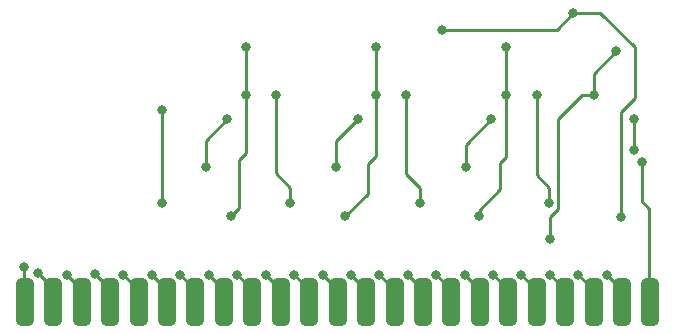
<source format=gbr>
%TF.GenerationSoftware,KiCad,Pcbnew,8.0.5*%
%TF.CreationDate,2024-09-28T22:07:55-04:00*%
%TF.ProjectId,Fluke_LCD,466c756b-655f-44c4-9344-2e6b69636164,rev?*%
%TF.SameCoordinates,Original*%
%TF.FileFunction,Copper,L2,Bot*%
%TF.FilePolarity,Positive*%
%FSLAX46Y46*%
G04 Gerber Fmt 4.6, Leading zero omitted, Abs format (unit mm)*
G04 Created by KiCad (PCBNEW 8.0.5) date 2024-09-28 22:07:55*
%MOMM*%
%LPD*%
G01*
G04 APERTURE LIST*
G04 Aperture macros list*
%AMRoundRect*
0 Rectangle with rounded corners*
0 $1 Rounding radius*
0 $2 $3 $4 $5 $6 $7 $8 $9 X,Y pos of 4 corners*
0 Add a 4 corners polygon primitive as box body*
4,1,4,$2,$3,$4,$5,$6,$7,$8,$9,$2,$3,0*
0 Add four circle primitives for the rounded corners*
1,1,$1+$1,$2,$3*
1,1,$1+$1,$4,$5*
1,1,$1+$1,$6,$7*
1,1,$1+$1,$8,$9*
0 Add four rect primitives between the rounded corners*
20,1,$1+$1,$2,$3,$4,$5,0*
20,1,$1+$1,$4,$5,$6,$7,0*
20,1,$1+$1,$6,$7,$8,$9,0*
20,1,$1+$1,$8,$9,$2,$3,0*%
G04 Aperture macros list end*
%TA.AperFunction,SMDPad,CuDef*%
%ADD10RoundRect,0.375000X-0.375000X-1.625000X0.375000X-1.625000X0.375000X1.625000X-0.375000X1.625000X0*%
%TD*%
%TA.AperFunction,ViaPad*%
%ADD11C,0.800000*%
%TD*%
%TA.AperFunction,Conductor*%
%ADD12C,0.250000*%
%TD*%
G04 APERTURE END LIST*
D10*
%TO.P,J1,1,Pin_1*%
%TO.N,/TopGround*%
X238345000Y-157910000D03*
%TO.P,J1,2,Pin_2*%
%TO.N,Net-(J1-Pin_2)*%
X235938182Y-157900000D03*
%TO.P,J1,3,Pin_3*%
%TO.N,Net-(J1-Pin_3)*%
X233530000Y-157910000D03*
%TO.P,J1,4,Pin_4*%
%TO.N,Net-(J1-Pin_4)*%
X231124546Y-157910000D03*
%TO.P,J1,5,Pin_5*%
%TO.N,Net-(J1-Pin_5)*%
X228710000Y-157900000D03*
%TO.P,J1,6,Pin_6*%
%TO.N,Net-(J1-Pin_6)*%
X226310000Y-157910000D03*
%TO.P,J1,7,Pin_7*%
%TO.N,Net-(J1-Pin_7)*%
X223904092Y-157900000D03*
%TO.P,J1,8,Pin_8*%
%TO.N,Net-(J1-Pin_8)*%
X221497274Y-157900000D03*
%TO.P,J1,9,Pin_9*%
%TO.N,Net-(J1-Pin_9)*%
X219090000Y-157900000D03*
%TO.P,J1,10,Pin_10*%
%TO.N,Net-(J1-Pin_10)*%
X216683638Y-157900000D03*
%TO.P,J1,11,Pin_11*%
%TO.N,Net-(J1-Pin_11)*%
X214276820Y-157900000D03*
%TO.P,J1,12,Pin_12*%
%TO.N,Net-(J1-Pin_12)*%
X211870000Y-157900000D03*
%TO.P,J1,13,Pin_13*%
%TO.N,Net-(J1-Pin_13)*%
X209463184Y-157900000D03*
%TO.P,J1,14,Pin_14*%
%TO.N,Net-(J1-Pin_14)*%
X207050000Y-157900000D03*
%TO.P,J1,15,Pin_15*%
%TO.N,Net-(J1-Pin_15)*%
X204649548Y-157900000D03*
%TO.P,J1,16,Pin_16*%
%TO.N,Net-(J1-Pin_16)*%
X202240000Y-157900000D03*
%TO.P,J1,17,Pin_17*%
%TO.N,Net-(J1-Pin_17)*%
X199830000Y-157900000D03*
%TO.P,J1,18,Pin_18*%
%TO.N,Net-(J1-Pin_18)*%
X197429094Y-157900000D03*
%TO.P,J1,19,Pin_19*%
%TO.N,Net-(J1-Pin_19)*%
X195020000Y-157900000D03*
%TO.P,J1,20,Pin_20*%
%TO.N,Net-(J1-Pin_20)*%
X192610000Y-157900000D03*
%TO.P,J1,21,Pin_21*%
%TO.N,Net-(J1-Pin_21)*%
X190208640Y-157900000D03*
%TO.P,J1,22,Pin_22*%
%TO.N,Net-(J1-Pin_22)*%
X187800000Y-157900000D03*
%TO.P,J1,23,Pin_23*%
%TO.N,/BottomGround*%
X185390000Y-157900000D03*
%TD*%
D11*
%TO.N,Net-(D27-A)*%
X229877500Y-152560000D03*
X235450000Y-136650000D03*
X233560000Y-140380000D03*
%TO.N,Net-(D32-A)*%
X220720000Y-134810000D03*
X235840000Y-150670000D03*
X231830000Y-133390000D03*
%TO.N,Net-(J1-Pin_10)*%
X215390000Y-155580000D03*
%TO.N,Net-(J1-Pin_22)*%
X186510000Y-155450000D03*
%TO.N,Net-(J1-Pin_21)*%
X188930000Y-155550000D03*
%TO.N,Net-(J1-Pin_20)*%
X191320000Y-155520000D03*
%TO.N,Net-(J1-Pin_19)*%
X193720000Y-155560000D03*
%TO.N,Net-(J1-Pin_18)*%
X196140000Y-155580000D03*
%TO.N,Net-(J1-Pin_17)*%
X198540000Y-155550000D03*
%TO.N,Net-(J1-Pin_16)*%
X200960000Y-155570000D03*
%TO.N,Net-(J1-Pin_15)*%
X203360000Y-155550000D03*
%TO.N,Net-(J1-Pin_14)*%
X205760000Y-155560000D03*
%TO.N,Net-(J1-Pin_13)*%
X208180000Y-155570000D03*
%TO.N,Net-(J1-Pin_12)*%
X210590000Y-155560000D03*
%TO.N,Net-(J1-Pin_11)*%
X212980000Y-155580000D03*
%TO.N,Net-(J1-Pin_9)*%
X217810000Y-155560000D03*
%TO.N,Net-(J1-Pin_8)*%
X220210000Y-155560000D03*
%TO.N,Net-(J1-Pin_7)*%
X222620000Y-155560000D03*
%TO.N,Net-(J1-Pin_6)*%
X225030000Y-155560000D03*
%TO.N,Net-(J1-Pin_5)*%
X227430000Y-155570000D03*
%TO.N,Net-(J1-Pin_4)*%
X229830000Y-155550000D03*
%TO.N,Net-(J1-Pin_3)*%
X232230000Y-155560000D03*
%TO.N,Net-(J1-Pin_2)*%
X234650000Y-155560000D03*
%TO.N,/TopGround*%
X237600000Y-146040000D03*
%TO.N,/BottomGround*%
X185310000Y-154940000D03*
%TO.N,Net-(D28-A)*%
X236930000Y-142400000D03*
X236930000Y-144990000D03*
%TO.N,Net-(D1-A)*%
X197000000Y-149490000D03*
X197000000Y-141620000D03*
%TO.N,Net-(D2-A)*%
X204080000Y-136310000D03*
X204080000Y-140380000D03*
X202850000Y-150620000D03*
%TO.N,Net-(D4-A)*%
X200710000Y-146470000D03*
X202520000Y-142410000D03*
%TO.N,Net-(D8-A)*%
X206630000Y-140330000D03*
X207820000Y-149490000D03*
%TO.N,Net-(D11-A)*%
X212530000Y-150630000D03*
X215080000Y-136270000D03*
X215080000Y-140320000D03*
%TO.N,Net-(D12-A)*%
X211710000Y-146420000D03*
X213570000Y-142360000D03*
%TO.N,Net-(D16-A)*%
X217670000Y-140360000D03*
X218870000Y-149500000D03*
%TO.N,Net-(D19-A)*%
X226130000Y-140360000D03*
X223800000Y-150570000D03*
X226130000Y-136310000D03*
%TO.N,Net-(D20-A)*%
X224890000Y-142400000D03*
X222700000Y-146460000D03*
%TO.N,Net-(D24-A)*%
X229790000Y-149490000D03*
X228720000Y-140370000D03*
%TD*%
D12*
%TO.N,Net-(D27-A)*%
X230510000Y-142390000D02*
X230510000Y-150010000D01*
X232520000Y-140380000D02*
X230510000Y-142390000D01*
X233560000Y-138540000D02*
X235450000Y-136650000D01*
X229877500Y-150642500D02*
X229877500Y-152560000D01*
X230510000Y-150010000D02*
X229877500Y-150642500D01*
X233560000Y-140380000D02*
X233560000Y-138540000D01*
X233560000Y-140380000D02*
X232520000Y-140380000D01*
%TO.N,Net-(D32-A)*%
X237020000Y-136300000D02*
X234110000Y-133390000D01*
X220720000Y-134810000D02*
X230410000Y-134810000D01*
X235840000Y-150670000D02*
X235840000Y-141770000D01*
X234110000Y-133390000D02*
X231830000Y-133390000D01*
X237020000Y-140590000D02*
X237020000Y-136300000D01*
X230410000Y-134810000D02*
X231830000Y-133390000D01*
X235840000Y-141770000D02*
X237020000Y-140590000D01*
%TO.N,Net-(J1-Pin_10)*%
X215390000Y-155580000D02*
X215929000Y-156119000D01*
X215929000Y-156119000D02*
X216596638Y-156119000D01*
%TO.N,Net-(J1-Pin_22)*%
X187179000Y-156119000D02*
X187714822Y-156119000D01*
X186510000Y-155450000D02*
X187179000Y-156119000D01*
%TO.N,Net-(J1-Pin_21)*%
X189499000Y-156119000D02*
X190121640Y-156119000D01*
X188930000Y-155550000D02*
X189499000Y-156119000D01*
%TO.N,Net-(J1-Pin_20)*%
X191320000Y-155520000D02*
X191919000Y-156119000D01*
X191919000Y-156119000D02*
X192528458Y-156119000D01*
%TO.N,Net-(J1-Pin_19)*%
X194279000Y-156119000D02*
X194935276Y-156119000D01*
X193720000Y-155560000D02*
X194279000Y-156119000D01*
%TO.N,Net-(J1-Pin_18)*%
X196679000Y-156119000D02*
X197342094Y-156119000D01*
X196140000Y-155580000D02*
X196679000Y-156119000D01*
%TO.N,Net-(J1-Pin_17)*%
X199109000Y-156119000D02*
X199748912Y-156119000D01*
X198540000Y-155550000D02*
X199109000Y-156119000D01*
%TO.N,Net-(J1-Pin_16)*%
X201509000Y-156119000D02*
X202155730Y-156119000D01*
X200960000Y-155570000D02*
X201509000Y-156119000D01*
%TO.N,Net-(J1-Pin_15)*%
X203929000Y-156119000D02*
X204562548Y-156119000D01*
X203360000Y-155550000D02*
X203929000Y-156119000D01*
%TO.N,Net-(J1-Pin_14)*%
X205760000Y-155560000D02*
X206319000Y-156119000D01*
X206319000Y-156119000D02*
X206969366Y-156119000D01*
%TO.N,Net-(J1-Pin_13)*%
X208180000Y-155570000D02*
X208729000Y-156119000D01*
X208729000Y-156119000D02*
X209376184Y-156119000D01*
%TO.N,Net-(J1-Pin_12)*%
X211149000Y-156119000D02*
X211783002Y-156119000D01*
X210590000Y-155560000D02*
X211149000Y-156119000D01*
%TO.N,Net-(J1-Pin_11)*%
X213519000Y-156119000D02*
X214189820Y-156119000D01*
X212980000Y-155580000D02*
X213519000Y-156119000D01*
%TO.N,Net-(J1-Pin_9)*%
X218369000Y-156119000D02*
X219003456Y-156119000D01*
X217810000Y-155560000D02*
X218369000Y-156119000D01*
%TO.N,Net-(J1-Pin_8)*%
X220210000Y-155560000D02*
X220769000Y-156119000D01*
X220769000Y-156119000D02*
X221410274Y-156119000D01*
%TO.N,Net-(J1-Pin_7)*%
X222620000Y-155560000D02*
X223179000Y-156119000D01*
X223179000Y-156119000D02*
X223817092Y-156119000D01*
%TO.N,Net-(J1-Pin_6)*%
X225589000Y-156119000D02*
X226223910Y-156119000D01*
X225030000Y-155560000D02*
X225589000Y-156119000D01*
%TO.N,Net-(J1-Pin_5)*%
X227979000Y-156119000D02*
X228630728Y-156119000D01*
X227430000Y-155570000D02*
X227979000Y-156119000D01*
%TO.N,Net-(J1-Pin_4)*%
X230399000Y-156119000D02*
X231037546Y-156119000D01*
X229830000Y-155550000D02*
X230399000Y-156119000D01*
%TO.N,Net-(J1-Pin_3)*%
X232789000Y-156119000D02*
X233444364Y-156119000D01*
X232230000Y-155560000D02*
X232789000Y-156119000D01*
%TO.N,Net-(J1-Pin_2)*%
X235209000Y-156119000D02*
X235851182Y-156119000D01*
X234650000Y-155560000D02*
X235209000Y-156119000D01*
%TO.N,/TopGround*%
X237600000Y-149320000D02*
X238258000Y-149978000D01*
X238258000Y-149978000D02*
X238258000Y-156119000D01*
X237600000Y-146040000D02*
X237600000Y-149320000D01*
%TO.N,/BottomGround*%
X185310000Y-154940000D02*
X185310000Y-156119000D01*
X185310000Y-156119000D02*
X185308000Y-156119000D01*
%TO.N,Net-(D28-A)*%
X236930000Y-142400000D02*
X236930000Y-144990000D01*
%TO.N,Net-(D1-A)*%
X197000000Y-141620000D02*
X197000000Y-149490000D01*
%TO.N,Net-(D2-A)*%
X203520000Y-149950000D02*
X203520000Y-145850000D01*
X204080000Y-145290000D02*
X204080000Y-140380000D01*
X203520000Y-145850000D02*
X204080000Y-145290000D01*
X202850000Y-150620000D02*
X203520000Y-149950000D01*
X204080000Y-140380000D02*
X204080000Y-136310000D01*
%TO.N,Net-(D4-A)*%
X200710000Y-144220000D02*
X202520000Y-142410000D01*
X200710000Y-146470000D02*
X200710000Y-144220000D01*
%TO.N,Net-(D8-A)*%
X207820000Y-148180000D02*
X206630000Y-146990000D01*
X207820000Y-149490000D02*
X207820000Y-148180000D01*
X206630000Y-146990000D02*
X206630000Y-140330000D01*
%TO.N,Net-(D11-A)*%
X215080000Y-140320000D02*
X215080000Y-145550000D01*
X214470000Y-146160000D02*
X214470000Y-148690000D01*
X214470000Y-148690000D02*
X212530000Y-150630000D01*
X215080000Y-136270000D02*
X215080000Y-140320000D01*
X215080000Y-145550000D02*
X214470000Y-146160000D01*
%TO.N,Net-(D12-A)*%
X211710000Y-146420000D02*
X211710000Y-144220000D01*
X211710000Y-144220000D02*
X213570000Y-142360000D01*
%TO.N,Net-(D16-A)*%
X218870000Y-148250000D02*
X218870000Y-149500000D01*
X217670000Y-140360000D02*
X217670000Y-147050000D01*
X217670000Y-147050000D02*
X218870000Y-148250000D01*
%TO.N,Net-(D19-A)*%
X226130000Y-140360000D02*
X226130000Y-136310000D01*
X225630000Y-148340000D02*
X225630000Y-146090000D01*
X223800000Y-150570000D02*
X223800000Y-150170000D01*
X223800000Y-150170000D02*
X225630000Y-148340000D01*
X226130000Y-145590000D02*
X226130000Y-140360000D01*
X225630000Y-146090000D02*
X226130000Y-145590000D01*
%TO.N,Net-(D20-A)*%
X222700000Y-146460000D02*
X222700000Y-144590000D01*
X222700000Y-144590000D02*
X224890000Y-142400000D01*
%TO.N,Net-(D24-A)*%
X229790000Y-148180000D02*
X228720000Y-147110000D01*
X228720000Y-147110000D02*
X228720000Y-140370000D01*
X229790000Y-149490000D02*
X229790000Y-148180000D01*
%TD*%
M02*

</source>
